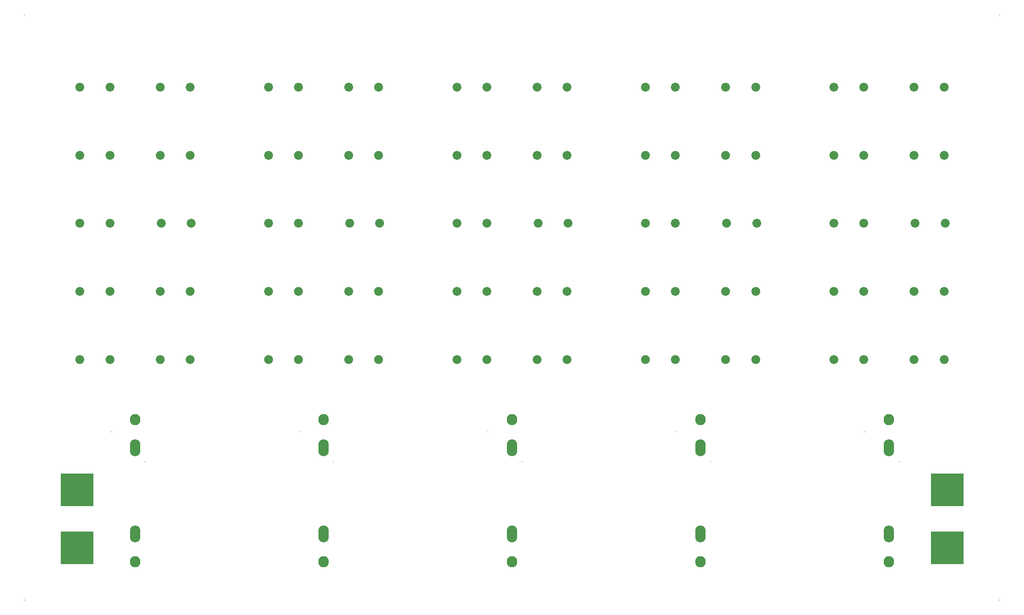
<source format=gbs>
G04*
G04 #@! TF.GenerationSoftware,Altium Limited,Altium Designer,18.1.7 (191)*
G04*
G04 Layer_Color=16711935*
%FSLAX44Y44*%
%MOMM*%
G71*
G01*
G75*
%ADD15R,8.2032X8.2032*%
%ADD16R,0.2032X0.2032*%
%ADD17C,2.2032*%
%ADD18O,2.6032X4.2032*%
%ADD19O,2.6032X2.8032*%
%ADD20C,0.2032*%
D15*
X490000Y1090000D02*
D03*
X490000Y1235000D02*
D03*
X2660000D02*
D03*
Y1090000D02*
D03*
D16*
X2790000Y2420000D02*
D03*
Y960000D02*
D03*
X360000D02*
D03*
Y2420000D02*
D03*
D17*
X2452500Y1560000D02*
D03*
X2377500D02*
D03*
X2652500Y2240000D02*
D03*
X2577500D02*
D03*
X2652500Y2070000D02*
D03*
X2577500D02*
D03*
X2655000Y1900000D02*
D03*
X2580000D02*
D03*
X2652500Y1730000D02*
D03*
X2577500D02*
D03*
X2652500Y1560000D02*
D03*
X2577500D02*
D03*
X2452500Y2240000D02*
D03*
X2377500D02*
D03*
X2452500Y1730000D02*
D03*
X2377500D02*
D03*
X2452500Y2070000D02*
D03*
X2377500D02*
D03*
X2452500Y1900000D02*
D03*
X2377500D02*
D03*
X1982500Y1560000D02*
D03*
X1907500D02*
D03*
X2182500Y2240000D02*
D03*
X2107500D02*
D03*
X2182500Y2070000D02*
D03*
X2107500D02*
D03*
X2185000Y1900000D02*
D03*
X2110000D02*
D03*
X2182500Y1730000D02*
D03*
X2107500D02*
D03*
X2182500Y1560000D02*
D03*
X2107500D02*
D03*
X1982500Y2240000D02*
D03*
X1907500D02*
D03*
X1982500Y1730000D02*
D03*
X1907500D02*
D03*
X1982500Y2070000D02*
D03*
X1907500D02*
D03*
X1982500Y1900000D02*
D03*
X1907500D02*
D03*
X1512500Y1560000D02*
D03*
X1437500D02*
D03*
X1712500Y2240000D02*
D03*
X1637500D02*
D03*
X1712500Y2070000D02*
D03*
X1637500D02*
D03*
X1715000Y1900000D02*
D03*
X1640000D02*
D03*
X1712500Y1730000D02*
D03*
X1637500D02*
D03*
X1712500Y1560000D02*
D03*
X1637500D02*
D03*
X1512500Y2240000D02*
D03*
X1437500D02*
D03*
X1512500Y1730000D02*
D03*
X1437500D02*
D03*
X1512500Y2070000D02*
D03*
X1437500D02*
D03*
X1512500Y1900000D02*
D03*
X1437500D02*
D03*
X1042500Y1560000D02*
D03*
X967500D02*
D03*
X1242500Y2240000D02*
D03*
X1167500D02*
D03*
X1242500Y2070000D02*
D03*
X1167500D02*
D03*
X1245000Y1900000D02*
D03*
X1170000D02*
D03*
X1242500Y1730000D02*
D03*
X1167500D02*
D03*
X1242500Y1560000D02*
D03*
X1167500D02*
D03*
X1042500Y2240000D02*
D03*
X967500D02*
D03*
X1042500Y1730000D02*
D03*
X967500D02*
D03*
X1042500Y2070000D02*
D03*
X967500D02*
D03*
X1042500Y1900000D02*
D03*
X967500D02*
D03*
X772500Y1560000D02*
D03*
X697500D02*
D03*
X772500Y1730000D02*
D03*
X697500D02*
D03*
X775000Y1900000D02*
D03*
X700000D02*
D03*
X772500Y2070000D02*
D03*
X697500D02*
D03*
X772500Y2240000D02*
D03*
X697500D02*
D03*
X572500Y1560000D02*
D03*
X497500D02*
D03*
X572500Y1730000D02*
D03*
X497500D02*
D03*
X572500Y1900000D02*
D03*
X497500D02*
D03*
X572500Y2070000D02*
D03*
X497500D02*
D03*
X572500Y2240000D02*
D03*
X497500D02*
D03*
D18*
X2515000Y1340000D02*
D03*
Y1125000D02*
D03*
X2045000Y1340000D02*
D03*
Y1125000D02*
D03*
X1575000Y1340000D02*
D03*
Y1125000D02*
D03*
X1105000Y1340000D02*
D03*
Y1125000D02*
D03*
X635000D02*
D03*
Y1340000D02*
D03*
D19*
X2515000Y1410000D02*
D03*
Y1055000D02*
D03*
X2045000Y1410000D02*
D03*
Y1055000D02*
D03*
X1575000Y1410000D02*
D03*
Y1055000D02*
D03*
X1105000Y1410000D02*
D03*
Y1055000D02*
D03*
X635000D02*
D03*
Y1410000D02*
D03*
D20*
X2540000Y1305000D02*
D03*
X2455000Y1380000D02*
D03*
X2070000Y1305000D02*
D03*
X1985000Y1380000D02*
D03*
X1600000Y1305000D02*
D03*
X1515000Y1380000D02*
D03*
X1130000Y1305000D02*
D03*
X1045000Y1380000D02*
D03*
X575000D02*
D03*
X660000Y1305000D02*
D03*
M02*

</source>
